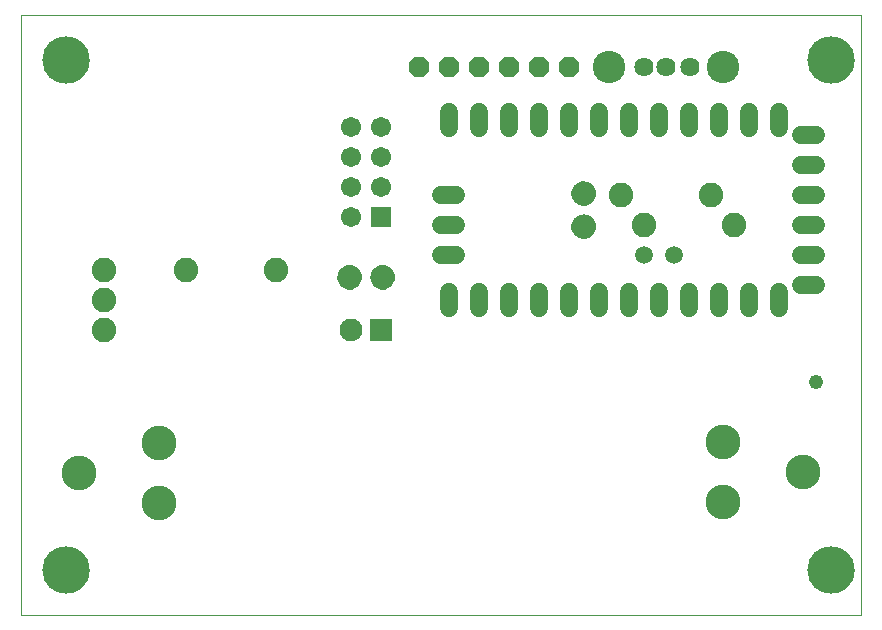
<source format=gbs>
G75*
%MOIN*%
%OFA0B0*%
%FSLAX25Y25*%
%IPPOS*%
%LPD*%
%AMOC8*
5,1,8,0,0,1.08239X$1,22.5*
%
%ADD10C,0.00000*%
%ADD11C,0.15800*%
%ADD12C,0.03162*%
%ADD13C,0.11600*%
%ADD14C,0.00500*%
%ADD15C,0.07600*%
%ADD16R,0.07600X0.07600*%
%ADD17R,0.06737X0.06737*%
%ADD18C,0.06737*%
%ADD19C,0.08200*%
%ADD20C,0.06400*%
%ADD21C,0.10800*%
%ADD22OC8,0.06800*%
%ADD23C,0.05950*%
%ADD24C,0.05950*%
%ADD25C,0.04762*%
D10*
X0001800Y0001800D02*
X0001800Y0201800D01*
X0281800Y0201800D01*
X0281800Y0001800D01*
X0001800Y0001800D01*
X0009300Y0016800D02*
X0009302Y0016984D01*
X0009309Y0017168D01*
X0009320Y0017352D01*
X0009336Y0017535D01*
X0009356Y0017718D01*
X0009381Y0017900D01*
X0009410Y0018082D01*
X0009444Y0018263D01*
X0009482Y0018443D01*
X0009525Y0018622D01*
X0009572Y0018800D01*
X0009623Y0018977D01*
X0009679Y0019153D01*
X0009738Y0019327D01*
X0009803Y0019499D01*
X0009871Y0019670D01*
X0009943Y0019839D01*
X0010020Y0020007D01*
X0010101Y0020172D01*
X0010186Y0020335D01*
X0010274Y0020497D01*
X0010367Y0020656D01*
X0010464Y0020812D01*
X0010564Y0020967D01*
X0010668Y0021119D01*
X0010776Y0021268D01*
X0010887Y0021414D01*
X0011002Y0021558D01*
X0011121Y0021699D01*
X0011243Y0021837D01*
X0011368Y0021972D01*
X0011497Y0022103D01*
X0011628Y0022232D01*
X0011763Y0022357D01*
X0011901Y0022479D01*
X0012042Y0022598D01*
X0012186Y0022713D01*
X0012332Y0022824D01*
X0012481Y0022932D01*
X0012633Y0023036D01*
X0012788Y0023136D01*
X0012944Y0023233D01*
X0013103Y0023326D01*
X0013265Y0023414D01*
X0013428Y0023499D01*
X0013593Y0023580D01*
X0013761Y0023657D01*
X0013930Y0023729D01*
X0014101Y0023797D01*
X0014273Y0023862D01*
X0014447Y0023921D01*
X0014623Y0023977D01*
X0014800Y0024028D01*
X0014978Y0024075D01*
X0015157Y0024118D01*
X0015337Y0024156D01*
X0015518Y0024190D01*
X0015700Y0024219D01*
X0015882Y0024244D01*
X0016065Y0024264D01*
X0016248Y0024280D01*
X0016432Y0024291D01*
X0016616Y0024298D01*
X0016800Y0024300D01*
X0016984Y0024298D01*
X0017168Y0024291D01*
X0017352Y0024280D01*
X0017535Y0024264D01*
X0017718Y0024244D01*
X0017900Y0024219D01*
X0018082Y0024190D01*
X0018263Y0024156D01*
X0018443Y0024118D01*
X0018622Y0024075D01*
X0018800Y0024028D01*
X0018977Y0023977D01*
X0019153Y0023921D01*
X0019327Y0023862D01*
X0019499Y0023797D01*
X0019670Y0023729D01*
X0019839Y0023657D01*
X0020007Y0023580D01*
X0020172Y0023499D01*
X0020335Y0023414D01*
X0020497Y0023326D01*
X0020656Y0023233D01*
X0020812Y0023136D01*
X0020967Y0023036D01*
X0021119Y0022932D01*
X0021268Y0022824D01*
X0021414Y0022713D01*
X0021558Y0022598D01*
X0021699Y0022479D01*
X0021837Y0022357D01*
X0021972Y0022232D01*
X0022103Y0022103D01*
X0022232Y0021972D01*
X0022357Y0021837D01*
X0022479Y0021699D01*
X0022598Y0021558D01*
X0022713Y0021414D01*
X0022824Y0021268D01*
X0022932Y0021119D01*
X0023036Y0020967D01*
X0023136Y0020812D01*
X0023233Y0020656D01*
X0023326Y0020497D01*
X0023414Y0020335D01*
X0023499Y0020172D01*
X0023580Y0020007D01*
X0023657Y0019839D01*
X0023729Y0019670D01*
X0023797Y0019499D01*
X0023862Y0019327D01*
X0023921Y0019153D01*
X0023977Y0018977D01*
X0024028Y0018800D01*
X0024075Y0018622D01*
X0024118Y0018443D01*
X0024156Y0018263D01*
X0024190Y0018082D01*
X0024219Y0017900D01*
X0024244Y0017718D01*
X0024264Y0017535D01*
X0024280Y0017352D01*
X0024291Y0017168D01*
X0024298Y0016984D01*
X0024300Y0016800D01*
X0024298Y0016616D01*
X0024291Y0016432D01*
X0024280Y0016248D01*
X0024264Y0016065D01*
X0024244Y0015882D01*
X0024219Y0015700D01*
X0024190Y0015518D01*
X0024156Y0015337D01*
X0024118Y0015157D01*
X0024075Y0014978D01*
X0024028Y0014800D01*
X0023977Y0014623D01*
X0023921Y0014447D01*
X0023862Y0014273D01*
X0023797Y0014101D01*
X0023729Y0013930D01*
X0023657Y0013761D01*
X0023580Y0013593D01*
X0023499Y0013428D01*
X0023414Y0013265D01*
X0023326Y0013103D01*
X0023233Y0012944D01*
X0023136Y0012788D01*
X0023036Y0012633D01*
X0022932Y0012481D01*
X0022824Y0012332D01*
X0022713Y0012186D01*
X0022598Y0012042D01*
X0022479Y0011901D01*
X0022357Y0011763D01*
X0022232Y0011628D01*
X0022103Y0011497D01*
X0021972Y0011368D01*
X0021837Y0011243D01*
X0021699Y0011121D01*
X0021558Y0011002D01*
X0021414Y0010887D01*
X0021268Y0010776D01*
X0021119Y0010668D01*
X0020967Y0010564D01*
X0020812Y0010464D01*
X0020656Y0010367D01*
X0020497Y0010274D01*
X0020335Y0010186D01*
X0020172Y0010101D01*
X0020007Y0010020D01*
X0019839Y0009943D01*
X0019670Y0009871D01*
X0019499Y0009803D01*
X0019327Y0009738D01*
X0019153Y0009679D01*
X0018977Y0009623D01*
X0018800Y0009572D01*
X0018622Y0009525D01*
X0018443Y0009482D01*
X0018263Y0009444D01*
X0018082Y0009410D01*
X0017900Y0009381D01*
X0017718Y0009356D01*
X0017535Y0009336D01*
X0017352Y0009320D01*
X0017168Y0009309D01*
X0016984Y0009302D01*
X0016800Y0009300D01*
X0016616Y0009302D01*
X0016432Y0009309D01*
X0016248Y0009320D01*
X0016065Y0009336D01*
X0015882Y0009356D01*
X0015700Y0009381D01*
X0015518Y0009410D01*
X0015337Y0009444D01*
X0015157Y0009482D01*
X0014978Y0009525D01*
X0014800Y0009572D01*
X0014623Y0009623D01*
X0014447Y0009679D01*
X0014273Y0009738D01*
X0014101Y0009803D01*
X0013930Y0009871D01*
X0013761Y0009943D01*
X0013593Y0010020D01*
X0013428Y0010101D01*
X0013265Y0010186D01*
X0013103Y0010274D01*
X0012944Y0010367D01*
X0012788Y0010464D01*
X0012633Y0010564D01*
X0012481Y0010668D01*
X0012332Y0010776D01*
X0012186Y0010887D01*
X0012042Y0011002D01*
X0011901Y0011121D01*
X0011763Y0011243D01*
X0011628Y0011368D01*
X0011497Y0011497D01*
X0011368Y0011628D01*
X0011243Y0011763D01*
X0011121Y0011901D01*
X0011002Y0012042D01*
X0010887Y0012186D01*
X0010776Y0012332D01*
X0010668Y0012481D01*
X0010564Y0012633D01*
X0010464Y0012788D01*
X0010367Y0012944D01*
X0010274Y0013103D01*
X0010186Y0013265D01*
X0010101Y0013428D01*
X0010020Y0013593D01*
X0009943Y0013761D01*
X0009871Y0013930D01*
X0009803Y0014101D01*
X0009738Y0014273D01*
X0009679Y0014447D01*
X0009623Y0014623D01*
X0009572Y0014800D01*
X0009525Y0014978D01*
X0009482Y0015157D01*
X0009444Y0015337D01*
X0009410Y0015518D01*
X0009381Y0015700D01*
X0009356Y0015882D01*
X0009336Y0016065D01*
X0009320Y0016248D01*
X0009309Y0016432D01*
X0009302Y0016616D01*
X0009300Y0016800D01*
X0009300Y0186800D02*
X0009302Y0186984D01*
X0009309Y0187168D01*
X0009320Y0187352D01*
X0009336Y0187535D01*
X0009356Y0187718D01*
X0009381Y0187900D01*
X0009410Y0188082D01*
X0009444Y0188263D01*
X0009482Y0188443D01*
X0009525Y0188622D01*
X0009572Y0188800D01*
X0009623Y0188977D01*
X0009679Y0189153D01*
X0009738Y0189327D01*
X0009803Y0189499D01*
X0009871Y0189670D01*
X0009943Y0189839D01*
X0010020Y0190007D01*
X0010101Y0190172D01*
X0010186Y0190335D01*
X0010274Y0190497D01*
X0010367Y0190656D01*
X0010464Y0190812D01*
X0010564Y0190967D01*
X0010668Y0191119D01*
X0010776Y0191268D01*
X0010887Y0191414D01*
X0011002Y0191558D01*
X0011121Y0191699D01*
X0011243Y0191837D01*
X0011368Y0191972D01*
X0011497Y0192103D01*
X0011628Y0192232D01*
X0011763Y0192357D01*
X0011901Y0192479D01*
X0012042Y0192598D01*
X0012186Y0192713D01*
X0012332Y0192824D01*
X0012481Y0192932D01*
X0012633Y0193036D01*
X0012788Y0193136D01*
X0012944Y0193233D01*
X0013103Y0193326D01*
X0013265Y0193414D01*
X0013428Y0193499D01*
X0013593Y0193580D01*
X0013761Y0193657D01*
X0013930Y0193729D01*
X0014101Y0193797D01*
X0014273Y0193862D01*
X0014447Y0193921D01*
X0014623Y0193977D01*
X0014800Y0194028D01*
X0014978Y0194075D01*
X0015157Y0194118D01*
X0015337Y0194156D01*
X0015518Y0194190D01*
X0015700Y0194219D01*
X0015882Y0194244D01*
X0016065Y0194264D01*
X0016248Y0194280D01*
X0016432Y0194291D01*
X0016616Y0194298D01*
X0016800Y0194300D01*
X0016984Y0194298D01*
X0017168Y0194291D01*
X0017352Y0194280D01*
X0017535Y0194264D01*
X0017718Y0194244D01*
X0017900Y0194219D01*
X0018082Y0194190D01*
X0018263Y0194156D01*
X0018443Y0194118D01*
X0018622Y0194075D01*
X0018800Y0194028D01*
X0018977Y0193977D01*
X0019153Y0193921D01*
X0019327Y0193862D01*
X0019499Y0193797D01*
X0019670Y0193729D01*
X0019839Y0193657D01*
X0020007Y0193580D01*
X0020172Y0193499D01*
X0020335Y0193414D01*
X0020497Y0193326D01*
X0020656Y0193233D01*
X0020812Y0193136D01*
X0020967Y0193036D01*
X0021119Y0192932D01*
X0021268Y0192824D01*
X0021414Y0192713D01*
X0021558Y0192598D01*
X0021699Y0192479D01*
X0021837Y0192357D01*
X0021972Y0192232D01*
X0022103Y0192103D01*
X0022232Y0191972D01*
X0022357Y0191837D01*
X0022479Y0191699D01*
X0022598Y0191558D01*
X0022713Y0191414D01*
X0022824Y0191268D01*
X0022932Y0191119D01*
X0023036Y0190967D01*
X0023136Y0190812D01*
X0023233Y0190656D01*
X0023326Y0190497D01*
X0023414Y0190335D01*
X0023499Y0190172D01*
X0023580Y0190007D01*
X0023657Y0189839D01*
X0023729Y0189670D01*
X0023797Y0189499D01*
X0023862Y0189327D01*
X0023921Y0189153D01*
X0023977Y0188977D01*
X0024028Y0188800D01*
X0024075Y0188622D01*
X0024118Y0188443D01*
X0024156Y0188263D01*
X0024190Y0188082D01*
X0024219Y0187900D01*
X0024244Y0187718D01*
X0024264Y0187535D01*
X0024280Y0187352D01*
X0024291Y0187168D01*
X0024298Y0186984D01*
X0024300Y0186800D01*
X0024298Y0186616D01*
X0024291Y0186432D01*
X0024280Y0186248D01*
X0024264Y0186065D01*
X0024244Y0185882D01*
X0024219Y0185700D01*
X0024190Y0185518D01*
X0024156Y0185337D01*
X0024118Y0185157D01*
X0024075Y0184978D01*
X0024028Y0184800D01*
X0023977Y0184623D01*
X0023921Y0184447D01*
X0023862Y0184273D01*
X0023797Y0184101D01*
X0023729Y0183930D01*
X0023657Y0183761D01*
X0023580Y0183593D01*
X0023499Y0183428D01*
X0023414Y0183265D01*
X0023326Y0183103D01*
X0023233Y0182944D01*
X0023136Y0182788D01*
X0023036Y0182633D01*
X0022932Y0182481D01*
X0022824Y0182332D01*
X0022713Y0182186D01*
X0022598Y0182042D01*
X0022479Y0181901D01*
X0022357Y0181763D01*
X0022232Y0181628D01*
X0022103Y0181497D01*
X0021972Y0181368D01*
X0021837Y0181243D01*
X0021699Y0181121D01*
X0021558Y0181002D01*
X0021414Y0180887D01*
X0021268Y0180776D01*
X0021119Y0180668D01*
X0020967Y0180564D01*
X0020812Y0180464D01*
X0020656Y0180367D01*
X0020497Y0180274D01*
X0020335Y0180186D01*
X0020172Y0180101D01*
X0020007Y0180020D01*
X0019839Y0179943D01*
X0019670Y0179871D01*
X0019499Y0179803D01*
X0019327Y0179738D01*
X0019153Y0179679D01*
X0018977Y0179623D01*
X0018800Y0179572D01*
X0018622Y0179525D01*
X0018443Y0179482D01*
X0018263Y0179444D01*
X0018082Y0179410D01*
X0017900Y0179381D01*
X0017718Y0179356D01*
X0017535Y0179336D01*
X0017352Y0179320D01*
X0017168Y0179309D01*
X0016984Y0179302D01*
X0016800Y0179300D01*
X0016616Y0179302D01*
X0016432Y0179309D01*
X0016248Y0179320D01*
X0016065Y0179336D01*
X0015882Y0179356D01*
X0015700Y0179381D01*
X0015518Y0179410D01*
X0015337Y0179444D01*
X0015157Y0179482D01*
X0014978Y0179525D01*
X0014800Y0179572D01*
X0014623Y0179623D01*
X0014447Y0179679D01*
X0014273Y0179738D01*
X0014101Y0179803D01*
X0013930Y0179871D01*
X0013761Y0179943D01*
X0013593Y0180020D01*
X0013428Y0180101D01*
X0013265Y0180186D01*
X0013103Y0180274D01*
X0012944Y0180367D01*
X0012788Y0180464D01*
X0012633Y0180564D01*
X0012481Y0180668D01*
X0012332Y0180776D01*
X0012186Y0180887D01*
X0012042Y0181002D01*
X0011901Y0181121D01*
X0011763Y0181243D01*
X0011628Y0181368D01*
X0011497Y0181497D01*
X0011368Y0181628D01*
X0011243Y0181763D01*
X0011121Y0181901D01*
X0011002Y0182042D01*
X0010887Y0182186D01*
X0010776Y0182332D01*
X0010668Y0182481D01*
X0010564Y0182633D01*
X0010464Y0182788D01*
X0010367Y0182944D01*
X0010274Y0183103D01*
X0010186Y0183265D01*
X0010101Y0183428D01*
X0010020Y0183593D01*
X0009943Y0183761D01*
X0009871Y0183930D01*
X0009803Y0184101D01*
X0009738Y0184273D01*
X0009679Y0184447D01*
X0009623Y0184623D01*
X0009572Y0184800D01*
X0009525Y0184978D01*
X0009482Y0185157D01*
X0009444Y0185337D01*
X0009410Y0185518D01*
X0009381Y0185700D01*
X0009356Y0185882D01*
X0009336Y0186065D01*
X0009320Y0186248D01*
X0009309Y0186432D01*
X0009302Y0186616D01*
X0009300Y0186800D01*
X0265619Y0079300D02*
X0265621Y0079369D01*
X0265627Y0079437D01*
X0265637Y0079505D01*
X0265651Y0079572D01*
X0265669Y0079639D01*
X0265690Y0079704D01*
X0265716Y0079768D01*
X0265745Y0079830D01*
X0265777Y0079890D01*
X0265813Y0079949D01*
X0265853Y0080005D01*
X0265895Y0080059D01*
X0265941Y0080110D01*
X0265990Y0080159D01*
X0266041Y0080205D01*
X0266095Y0080247D01*
X0266151Y0080287D01*
X0266209Y0080323D01*
X0266270Y0080355D01*
X0266332Y0080384D01*
X0266396Y0080410D01*
X0266461Y0080431D01*
X0266528Y0080449D01*
X0266595Y0080463D01*
X0266663Y0080473D01*
X0266731Y0080479D01*
X0266800Y0080481D01*
X0266869Y0080479D01*
X0266937Y0080473D01*
X0267005Y0080463D01*
X0267072Y0080449D01*
X0267139Y0080431D01*
X0267204Y0080410D01*
X0267268Y0080384D01*
X0267330Y0080355D01*
X0267390Y0080323D01*
X0267449Y0080287D01*
X0267505Y0080247D01*
X0267559Y0080205D01*
X0267610Y0080159D01*
X0267659Y0080110D01*
X0267705Y0080059D01*
X0267747Y0080005D01*
X0267787Y0079949D01*
X0267823Y0079890D01*
X0267855Y0079830D01*
X0267884Y0079768D01*
X0267910Y0079704D01*
X0267931Y0079639D01*
X0267949Y0079572D01*
X0267963Y0079505D01*
X0267973Y0079437D01*
X0267979Y0079369D01*
X0267981Y0079300D01*
X0267979Y0079231D01*
X0267973Y0079163D01*
X0267963Y0079095D01*
X0267949Y0079028D01*
X0267931Y0078961D01*
X0267910Y0078896D01*
X0267884Y0078832D01*
X0267855Y0078770D01*
X0267823Y0078709D01*
X0267787Y0078651D01*
X0267747Y0078595D01*
X0267705Y0078541D01*
X0267659Y0078490D01*
X0267610Y0078441D01*
X0267559Y0078395D01*
X0267505Y0078353D01*
X0267449Y0078313D01*
X0267391Y0078277D01*
X0267330Y0078245D01*
X0267268Y0078216D01*
X0267204Y0078190D01*
X0267139Y0078169D01*
X0267072Y0078151D01*
X0267005Y0078137D01*
X0266937Y0078127D01*
X0266869Y0078121D01*
X0266800Y0078119D01*
X0266731Y0078121D01*
X0266663Y0078127D01*
X0266595Y0078137D01*
X0266528Y0078151D01*
X0266461Y0078169D01*
X0266396Y0078190D01*
X0266332Y0078216D01*
X0266270Y0078245D01*
X0266209Y0078277D01*
X0266151Y0078313D01*
X0266095Y0078353D01*
X0266041Y0078395D01*
X0265990Y0078441D01*
X0265941Y0078490D01*
X0265895Y0078541D01*
X0265853Y0078595D01*
X0265813Y0078651D01*
X0265777Y0078709D01*
X0265745Y0078770D01*
X0265716Y0078832D01*
X0265690Y0078896D01*
X0265669Y0078961D01*
X0265651Y0079028D01*
X0265637Y0079095D01*
X0265627Y0079163D01*
X0265621Y0079231D01*
X0265619Y0079300D01*
X0264300Y0016800D02*
X0264302Y0016984D01*
X0264309Y0017168D01*
X0264320Y0017352D01*
X0264336Y0017535D01*
X0264356Y0017718D01*
X0264381Y0017900D01*
X0264410Y0018082D01*
X0264444Y0018263D01*
X0264482Y0018443D01*
X0264525Y0018622D01*
X0264572Y0018800D01*
X0264623Y0018977D01*
X0264679Y0019153D01*
X0264738Y0019327D01*
X0264803Y0019499D01*
X0264871Y0019670D01*
X0264943Y0019839D01*
X0265020Y0020007D01*
X0265101Y0020172D01*
X0265186Y0020335D01*
X0265274Y0020497D01*
X0265367Y0020656D01*
X0265464Y0020812D01*
X0265564Y0020967D01*
X0265668Y0021119D01*
X0265776Y0021268D01*
X0265887Y0021414D01*
X0266002Y0021558D01*
X0266121Y0021699D01*
X0266243Y0021837D01*
X0266368Y0021972D01*
X0266497Y0022103D01*
X0266628Y0022232D01*
X0266763Y0022357D01*
X0266901Y0022479D01*
X0267042Y0022598D01*
X0267186Y0022713D01*
X0267332Y0022824D01*
X0267481Y0022932D01*
X0267633Y0023036D01*
X0267788Y0023136D01*
X0267944Y0023233D01*
X0268103Y0023326D01*
X0268265Y0023414D01*
X0268428Y0023499D01*
X0268593Y0023580D01*
X0268761Y0023657D01*
X0268930Y0023729D01*
X0269101Y0023797D01*
X0269273Y0023862D01*
X0269447Y0023921D01*
X0269623Y0023977D01*
X0269800Y0024028D01*
X0269978Y0024075D01*
X0270157Y0024118D01*
X0270337Y0024156D01*
X0270518Y0024190D01*
X0270700Y0024219D01*
X0270882Y0024244D01*
X0271065Y0024264D01*
X0271248Y0024280D01*
X0271432Y0024291D01*
X0271616Y0024298D01*
X0271800Y0024300D01*
X0271984Y0024298D01*
X0272168Y0024291D01*
X0272352Y0024280D01*
X0272535Y0024264D01*
X0272718Y0024244D01*
X0272900Y0024219D01*
X0273082Y0024190D01*
X0273263Y0024156D01*
X0273443Y0024118D01*
X0273622Y0024075D01*
X0273800Y0024028D01*
X0273977Y0023977D01*
X0274153Y0023921D01*
X0274327Y0023862D01*
X0274499Y0023797D01*
X0274670Y0023729D01*
X0274839Y0023657D01*
X0275007Y0023580D01*
X0275172Y0023499D01*
X0275335Y0023414D01*
X0275497Y0023326D01*
X0275656Y0023233D01*
X0275812Y0023136D01*
X0275967Y0023036D01*
X0276119Y0022932D01*
X0276268Y0022824D01*
X0276414Y0022713D01*
X0276558Y0022598D01*
X0276699Y0022479D01*
X0276837Y0022357D01*
X0276972Y0022232D01*
X0277103Y0022103D01*
X0277232Y0021972D01*
X0277357Y0021837D01*
X0277479Y0021699D01*
X0277598Y0021558D01*
X0277713Y0021414D01*
X0277824Y0021268D01*
X0277932Y0021119D01*
X0278036Y0020967D01*
X0278136Y0020812D01*
X0278233Y0020656D01*
X0278326Y0020497D01*
X0278414Y0020335D01*
X0278499Y0020172D01*
X0278580Y0020007D01*
X0278657Y0019839D01*
X0278729Y0019670D01*
X0278797Y0019499D01*
X0278862Y0019327D01*
X0278921Y0019153D01*
X0278977Y0018977D01*
X0279028Y0018800D01*
X0279075Y0018622D01*
X0279118Y0018443D01*
X0279156Y0018263D01*
X0279190Y0018082D01*
X0279219Y0017900D01*
X0279244Y0017718D01*
X0279264Y0017535D01*
X0279280Y0017352D01*
X0279291Y0017168D01*
X0279298Y0016984D01*
X0279300Y0016800D01*
X0279298Y0016616D01*
X0279291Y0016432D01*
X0279280Y0016248D01*
X0279264Y0016065D01*
X0279244Y0015882D01*
X0279219Y0015700D01*
X0279190Y0015518D01*
X0279156Y0015337D01*
X0279118Y0015157D01*
X0279075Y0014978D01*
X0279028Y0014800D01*
X0278977Y0014623D01*
X0278921Y0014447D01*
X0278862Y0014273D01*
X0278797Y0014101D01*
X0278729Y0013930D01*
X0278657Y0013761D01*
X0278580Y0013593D01*
X0278499Y0013428D01*
X0278414Y0013265D01*
X0278326Y0013103D01*
X0278233Y0012944D01*
X0278136Y0012788D01*
X0278036Y0012633D01*
X0277932Y0012481D01*
X0277824Y0012332D01*
X0277713Y0012186D01*
X0277598Y0012042D01*
X0277479Y0011901D01*
X0277357Y0011763D01*
X0277232Y0011628D01*
X0277103Y0011497D01*
X0276972Y0011368D01*
X0276837Y0011243D01*
X0276699Y0011121D01*
X0276558Y0011002D01*
X0276414Y0010887D01*
X0276268Y0010776D01*
X0276119Y0010668D01*
X0275967Y0010564D01*
X0275812Y0010464D01*
X0275656Y0010367D01*
X0275497Y0010274D01*
X0275335Y0010186D01*
X0275172Y0010101D01*
X0275007Y0010020D01*
X0274839Y0009943D01*
X0274670Y0009871D01*
X0274499Y0009803D01*
X0274327Y0009738D01*
X0274153Y0009679D01*
X0273977Y0009623D01*
X0273800Y0009572D01*
X0273622Y0009525D01*
X0273443Y0009482D01*
X0273263Y0009444D01*
X0273082Y0009410D01*
X0272900Y0009381D01*
X0272718Y0009356D01*
X0272535Y0009336D01*
X0272352Y0009320D01*
X0272168Y0009309D01*
X0271984Y0009302D01*
X0271800Y0009300D01*
X0271616Y0009302D01*
X0271432Y0009309D01*
X0271248Y0009320D01*
X0271065Y0009336D01*
X0270882Y0009356D01*
X0270700Y0009381D01*
X0270518Y0009410D01*
X0270337Y0009444D01*
X0270157Y0009482D01*
X0269978Y0009525D01*
X0269800Y0009572D01*
X0269623Y0009623D01*
X0269447Y0009679D01*
X0269273Y0009738D01*
X0269101Y0009803D01*
X0268930Y0009871D01*
X0268761Y0009943D01*
X0268593Y0010020D01*
X0268428Y0010101D01*
X0268265Y0010186D01*
X0268103Y0010274D01*
X0267944Y0010367D01*
X0267788Y0010464D01*
X0267633Y0010564D01*
X0267481Y0010668D01*
X0267332Y0010776D01*
X0267186Y0010887D01*
X0267042Y0011002D01*
X0266901Y0011121D01*
X0266763Y0011243D01*
X0266628Y0011368D01*
X0266497Y0011497D01*
X0266368Y0011628D01*
X0266243Y0011763D01*
X0266121Y0011901D01*
X0266002Y0012042D01*
X0265887Y0012186D01*
X0265776Y0012332D01*
X0265668Y0012481D01*
X0265564Y0012633D01*
X0265464Y0012788D01*
X0265367Y0012944D01*
X0265274Y0013103D01*
X0265186Y0013265D01*
X0265101Y0013428D01*
X0265020Y0013593D01*
X0264943Y0013761D01*
X0264871Y0013930D01*
X0264803Y0014101D01*
X0264738Y0014273D01*
X0264679Y0014447D01*
X0264623Y0014623D01*
X0264572Y0014800D01*
X0264525Y0014978D01*
X0264482Y0015157D01*
X0264444Y0015337D01*
X0264410Y0015518D01*
X0264381Y0015700D01*
X0264356Y0015882D01*
X0264336Y0016065D01*
X0264320Y0016248D01*
X0264309Y0016432D01*
X0264302Y0016616D01*
X0264300Y0016800D01*
X0264300Y0186800D02*
X0264302Y0186984D01*
X0264309Y0187168D01*
X0264320Y0187352D01*
X0264336Y0187535D01*
X0264356Y0187718D01*
X0264381Y0187900D01*
X0264410Y0188082D01*
X0264444Y0188263D01*
X0264482Y0188443D01*
X0264525Y0188622D01*
X0264572Y0188800D01*
X0264623Y0188977D01*
X0264679Y0189153D01*
X0264738Y0189327D01*
X0264803Y0189499D01*
X0264871Y0189670D01*
X0264943Y0189839D01*
X0265020Y0190007D01*
X0265101Y0190172D01*
X0265186Y0190335D01*
X0265274Y0190497D01*
X0265367Y0190656D01*
X0265464Y0190812D01*
X0265564Y0190967D01*
X0265668Y0191119D01*
X0265776Y0191268D01*
X0265887Y0191414D01*
X0266002Y0191558D01*
X0266121Y0191699D01*
X0266243Y0191837D01*
X0266368Y0191972D01*
X0266497Y0192103D01*
X0266628Y0192232D01*
X0266763Y0192357D01*
X0266901Y0192479D01*
X0267042Y0192598D01*
X0267186Y0192713D01*
X0267332Y0192824D01*
X0267481Y0192932D01*
X0267633Y0193036D01*
X0267788Y0193136D01*
X0267944Y0193233D01*
X0268103Y0193326D01*
X0268265Y0193414D01*
X0268428Y0193499D01*
X0268593Y0193580D01*
X0268761Y0193657D01*
X0268930Y0193729D01*
X0269101Y0193797D01*
X0269273Y0193862D01*
X0269447Y0193921D01*
X0269623Y0193977D01*
X0269800Y0194028D01*
X0269978Y0194075D01*
X0270157Y0194118D01*
X0270337Y0194156D01*
X0270518Y0194190D01*
X0270700Y0194219D01*
X0270882Y0194244D01*
X0271065Y0194264D01*
X0271248Y0194280D01*
X0271432Y0194291D01*
X0271616Y0194298D01*
X0271800Y0194300D01*
X0271984Y0194298D01*
X0272168Y0194291D01*
X0272352Y0194280D01*
X0272535Y0194264D01*
X0272718Y0194244D01*
X0272900Y0194219D01*
X0273082Y0194190D01*
X0273263Y0194156D01*
X0273443Y0194118D01*
X0273622Y0194075D01*
X0273800Y0194028D01*
X0273977Y0193977D01*
X0274153Y0193921D01*
X0274327Y0193862D01*
X0274499Y0193797D01*
X0274670Y0193729D01*
X0274839Y0193657D01*
X0275007Y0193580D01*
X0275172Y0193499D01*
X0275335Y0193414D01*
X0275497Y0193326D01*
X0275656Y0193233D01*
X0275812Y0193136D01*
X0275967Y0193036D01*
X0276119Y0192932D01*
X0276268Y0192824D01*
X0276414Y0192713D01*
X0276558Y0192598D01*
X0276699Y0192479D01*
X0276837Y0192357D01*
X0276972Y0192232D01*
X0277103Y0192103D01*
X0277232Y0191972D01*
X0277357Y0191837D01*
X0277479Y0191699D01*
X0277598Y0191558D01*
X0277713Y0191414D01*
X0277824Y0191268D01*
X0277932Y0191119D01*
X0278036Y0190967D01*
X0278136Y0190812D01*
X0278233Y0190656D01*
X0278326Y0190497D01*
X0278414Y0190335D01*
X0278499Y0190172D01*
X0278580Y0190007D01*
X0278657Y0189839D01*
X0278729Y0189670D01*
X0278797Y0189499D01*
X0278862Y0189327D01*
X0278921Y0189153D01*
X0278977Y0188977D01*
X0279028Y0188800D01*
X0279075Y0188622D01*
X0279118Y0188443D01*
X0279156Y0188263D01*
X0279190Y0188082D01*
X0279219Y0187900D01*
X0279244Y0187718D01*
X0279264Y0187535D01*
X0279280Y0187352D01*
X0279291Y0187168D01*
X0279298Y0186984D01*
X0279300Y0186800D01*
X0279298Y0186616D01*
X0279291Y0186432D01*
X0279280Y0186248D01*
X0279264Y0186065D01*
X0279244Y0185882D01*
X0279219Y0185700D01*
X0279190Y0185518D01*
X0279156Y0185337D01*
X0279118Y0185157D01*
X0279075Y0184978D01*
X0279028Y0184800D01*
X0278977Y0184623D01*
X0278921Y0184447D01*
X0278862Y0184273D01*
X0278797Y0184101D01*
X0278729Y0183930D01*
X0278657Y0183761D01*
X0278580Y0183593D01*
X0278499Y0183428D01*
X0278414Y0183265D01*
X0278326Y0183103D01*
X0278233Y0182944D01*
X0278136Y0182788D01*
X0278036Y0182633D01*
X0277932Y0182481D01*
X0277824Y0182332D01*
X0277713Y0182186D01*
X0277598Y0182042D01*
X0277479Y0181901D01*
X0277357Y0181763D01*
X0277232Y0181628D01*
X0277103Y0181497D01*
X0276972Y0181368D01*
X0276837Y0181243D01*
X0276699Y0181121D01*
X0276558Y0181002D01*
X0276414Y0180887D01*
X0276268Y0180776D01*
X0276119Y0180668D01*
X0275967Y0180564D01*
X0275812Y0180464D01*
X0275656Y0180367D01*
X0275497Y0180274D01*
X0275335Y0180186D01*
X0275172Y0180101D01*
X0275007Y0180020D01*
X0274839Y0179943D01*
X0274670Y0179871D01*
X0274499Y0179803D01*
X0274327Y0179738D01*
X0274153Y0179679D01*
X0273977Y0179623D01*
X0273800Y0179572D01*
X0273622Y0179525D01*
X0273443Y0179482D01*
X0273263Y0179444D01*
X0273082Y0179410D01*
X0272900Y0179381D01*
X0272718Y0179356D01*
X0272535Y0179336D01*
X0272352Y0179320D01*
X0272168Y0179309D01*
X0271984Y0179302D01*
X0271800Y0179300D01*
X0271616Y0179302D01*
X0271432Y0179309D01*
X0271248Y0179320D01*
X0271065Y0179336D01*
X0270882Y0179356D01*
X0270700Y0179381D01*
X0270518Y0179410D01*
X0270337Y0179444D01*
X0270157Y0179482D01*
X0269978Y0179525D01*
X0269800Y0179572D01*
X0269623Y0179623D01*
X0269447Y0179679D01*
X0269273Y0179738D01*
X0269101Y0179803D01*
X0268930Y0179871D01*
X0268761Y0179943D01*
X0268593Y0180020D01*
X0268428Y0180101D01*
X0268265Y0180186D01*
X0268103Y0180274D01*
X0267944Y0180367D01*
X0267788Y0180464D01*
X0267633Y0180564D01*
X0267481Y0180668D01*
X0267332Y0180776D01*
X0267186Y0180887D01*
X0267042Y0181002D01*
X0266901Y0181121D01*
X0266763Y0181243D01*
X0266628Y0181368D01*
X0266497Y0181497D01*
X0266368Y0181628D01*
X0266243Y0181763D01*
X0266121Y0181901D01*
X0266002Y0182042D01*
X0265887Y0182186D01*
X0265776Y0182332D01*
X0265668Y0182481D01*
X0265564Y0182633D01*
X0265464Y0182788D01*
X0265367Y0182944D01*
X0265274Y0183103D01*
X0265186Y0183265D01*
X0265101Y0183428D01*
X0265020Y0183593D01*
X0264943Y0183761D01*
X0264871Y0183930D01*
X0264803Y0184101D01*
X0264738Y0184273D01*
X0264679Y0184447D01*
X0264623Y0184623D01*
X0264572Y0184800D01*
X0264525Y0184978D01*
X0264482Y0185157D01*
X0264444Y0185337D01*
X0264410Y0185518D01*
X0264381Y0185700D01*
X0264356Y0185882D01*
X0264336Y0186065D01*
X0264320Y0186248D01*
X0264309Y0186432D01*
X0264302Y0186616D01*
X0264300Y0186800D01*
D11*
X0271800Y0186800D03*
X0271800Y0016800D03*
X0016800Y0016800D03*
X0016800Y0186800D03*
D12*
X0266800Y0079300D03*
D13*
X0235816Y0059339D03*
X0235816Y0039339D03*
X0262383Y0049339D03*
X0047784Y0059261D03*
X0047784Y0039261D03*
X0021217Y0049261D03*
D14*
X0107780Y0113079D02*
X0107618Y0113720D01*
X0107570Y0114380D01*
X0107648Y0115100D01*
X0107866Y0115790D01*
X0108214Y0116424D01*
X0108679Y0116978D01*
X0109243Y0117431D01*
X0109885Y0117765D01*
X0110579Y0117967D01*
X0111300Y0118030D01*
X0112025Y0117969D01*
X0112723Y0117767D01*
X0113369Y0117433D01*
X0113938Y0116979D01*
X0114407Y0116423D01*
X0114758Y0115786D01*
X0114978Y0115093D01*
X0115059Y0114370D01*
X0115010Y0113710D01*
X0114846Y0113069D01*
X0114574Y0112466D01*
X0114201Y0111920D01*
X0113739Y0111447D01*
X0113201Y0111061D01*
X0112605Y0110774D01*
X0111968Y0110595D01*
X0111310Y0110530D01*
X0110652Y0110597D01*
X0110015Y0110778D01*
X0109420Y0111066D01*
X0108883Y0111453D01*
X0108422Y0111928D01*
X0108051Y0112475D01*
X0107780Y0113079D01*
X0107829Y0112968D02*
X0114800Y0112968D01*
X0114948Y0113467D02*
X0107682Y0113467D01*
X0107600Y0113965D02*
X0115029Y0113965D01*
X0115049Y0114464D02*
X0107579Y0114464D01*
X0107633Y0114962D02*
X0114993Y0114962D01*
X0114862Y0115461D02*
X0107762Y0115461D01*
X0107959Y0115959D02*
X0114663Y0115959D01*
X0114377Y0116458D02*
X0108242Y0116458D01*
X0108660Y0116956D02*
X0113957Y0116956D01*
X0113327Y0117455D02*
X0109288Y0117455D01*
X0110530Y0117953D02*
X0112079Y0117953D01*
X0118886Y0115790D02*
X0119234Y0116424D01*
X0119699Y0116978D01*
X0120263Y0117431D01*
X0120905Y0117765D01*
X0121599Y0117967D01*
X0122320Y0118030D01*
X0123045Y0117969D01*
X0123744Y0117767D01*
X0124390Y0117433D01*
X0124958Y0116979D01*
X0125427Y0116423D01*
X0125778Y0115786D01*
X0125999Y0115093D01*
X0126080Y0114370D01*
X0126030Y0113710D01*
X0125866Y0113069D01*
X0125594Y0112466D01*
X0125221Y0111920D01*
X0124759Y0111447D01*
X0124221Y0111061D01*
X0123625Y0110774D01*
X0122988Y0110595D01*
X0122330Y0110530D01*
X0121672Y0110597D01*
X0121035Y0110778D01*
X0120440Y0111066D01*
X0119903Y0111453D01*
X0119442Y0111928D01*
X0119071Y0112475D01*
X0118800Y0113079D01*
X0118638Y0113720D01*
X0118590Y0114380D01*
X0118668Y0115100D01*
X0118886Y0115790D01*
X0118979Y0115959D02*
X0125683Y0115959D01*
X0125882Y0115461D02*
X0118782Y0115461D01*
X0118653Y0114962D02*
X0126013Y0114962D01*
X0126069Y0114464D02*
X0118599Y0114464D01*
X0118620Y0113965D02*
X0126049Y0113965D01*
X0125968Y0113467D02*
X0118702Y0113467D01*
X0118850Y0112968D02*
X0125820Y0112968D01*
X0125595Y0112470D02*
X0119075Y0112470D01*
X0119413Y0111971D02*
X0125256Y0111971D01*
X0124784Y0111472D02*
X0119885Y0111472D01*
X0120630Y0110974D02*
X0124041Y0110974D01*
X0125397Y0116458D02*
X0119262Y0116458D01*
X0119680Y0116956D02*
X0124977Y0116956D01*
X0124347Y0117455D02*
X0120308Y0117455D01*
X0121550Y0117953D02*
X0123099Y0117953D01*
X0114575Y0112470D02*
X0108055Y0112470D01*
X0108393Y0111971D02*
X0114236Y0111971D01*
X0113764Y0111472D02*
X0108865Y0111472D01*
X0109610Y0110974D02*
X0113021Y0110974D01*
X0185595Y0130612D02*
X0185774Y0129975D01*
X0186061Y0129379D01*
X0186447Y0128841D01*
X0186920Y0128379D01*
X0187466Y0128006D01*
X0188069Y0127734D01*
X0188710Y0127570D01*
X0189370Y0127520D01*
X0190093Y0127601D01*
X0190786Y0127822D01*
X0191423Y0128173D01*
X0191979Y0128642D01*
X0192433Y0129210D01*
X0192767Y0129856D01*
X0192969Y0130555D01*
X0193030Y0131280D01*
X0192967Y0132001D01*
X0192765Y0132695D01*
X0192431Y0133337D01*
X0191978Y0133901D01*
X0191424Y0134366D01*
X0190790Y0134714D01*
X0190100Y0134932D01*
X0189380Y0135010D01*
X0188720Y0134962D01*
X0188079Y0134800D01*
X0187475Y0134529D01*
X0186928Y0134158D01*
X0186453Y0133697D01*
X0186066Y0133160D01*
X0185778Y0132565D01*
X0185597Y0131928D01*
X0185530Y0131270D01*
X0185595Y0130612D01*
X0185650Y0130416D02*
X0192928Y0130416D01*
X0192999Y0130914D02*
X0185565Y0130914D01*
X0185545Y0131413D02*
X0193019Y0131413D01*
X0192975Y0131911D02*
X0185595Y0131911D01*
X0185734Y0132410D02*
X0192848Y0132410D01*
X0192654Y0132908D02*
X0185944Y0132908D01*
X0186244Y0133407D02*
X0192375Y0133407D01*
X0191973Y0133905D02*
X0186668Y0133905D01*
X0187291Y0134404D02*
X0191355Y0134404D01*
X0190192Y0134903D02*
X0188484Y0134903D01*
X0188710Y0138590D02*
X0188069Y0138754D01*
X0187466Y0139026D01*
X0186920Y0139399D01*
X0186447Y0139861D01*
X0186061Y0140399D01*
X0185774Y0140995D01*
X0185595Y0141632D01*
X0185530Y0142290D01*
X0185597Y0142948D01*
X0185778Y0143585D01*
X0186066Y0144180D01*
X0186453Y0144717D01*
X0186928Y0145178D01*
X0187475Y0145549D01*
X0188079Y0145820D01*
X0188720Y0145982D01*
X0189380Y0146030D01*
X0190100Y0145952D01*
X0190790Y0145734D01*
X0191424Y0145386D01*
X0191978Y0144921D01*
X0192431Y0144357D01*
X0192765Y0143715D01*
X0192967Y0143021D01*
X0193030Y0142300D01*
X0192969Y0141575D01*
X0192767Y0140877D01*
X0192433Y0140231D01*
X0191979Y0139662D01*
X0191423Y0139193D01*
X0190786Y0138842D01*
X0190093Y0138622D01*
X0189370Y0138541D01*
X0188710Y0138590D01*
X0187767Y0138891D02*
X0190874Y0138891D01*
X0191655Y0139389D02*
X0186935Y0139389D01*
X0186428Y0139888D02*
X0192159Y0139888D01*
X0192513Y0140386D02*
X0186070Y0140386D01*
X0185827Y0140885D02*
X0192769Y0140885D01*
X0192913Y0141383D02*
X0185665Y0141383D01*
X0185571Y0141882D02*
X0192995Y0141882D01*
X0193023Y0142380D02*
X0185539Y0142380D01*
X0185590Y0142879D02*
X0192980Y0142879D01*
X0192864Y0143377D02*
X0185719Y0143377D01*
X0185918Y0143876D02*
X0192682Y0143876D01*
X0192417Y0144374D02*
X0186206Y0144374D01*
X0186614Y0144873D02*
X0192017Y0144873D01*
X0191442Y0145371D02*
X0187213Y0145371D01*
X0188275Y0145870D02*
X0190359Y0145870D01*
X0192785Y0129917D02*
X0185802Y0129917D01*
X0186041Y0129419D02*
X0192541Y0129419D01*
X0192201Y0128920D02*
X0186390Y0128920D01*
X0186876Y0128422D02*
X0191718Y0128422D01*
X0190970Y0127923D02*
X0187650Y0127923D01*
D15*
X0111800Y0096800D03*
D16*
X0121800Y0096800D03*
D17*
X0121800Y0134300D03*
D18*
X0111800Y0134300D03*
X0111800Y0144300D03*
X0121800Y0144300D03*
X0121800Y0154300D03*
X0111800Y0154300D03*
X0111800Y0164300D03*
X0121800Y0164300D03*
D19*
X0086800Y0116800D03*
X0056800Y0116800D03*
X0029300Y0116800D03*
X0029300Y0106800D03*
X0029300Y0096800D03*
X0201800Y0141800D03*
X0209300Y0131800D03*
X0231800Y0141800D03*
X0239300Y0131800D03*
D20*
X0224674Y0184300D03*
X0216800Y0184300D03*
X0209320Y0184300D03*
D21*
X0197902Y0184300D03*
X0235698Y0184300D03*
D22*
X0184300Y0184300D03*
X0174300Y0184300D03*
X0164300Y0184300D03*
X0154300Y0184300D03*
X0144300Y0184300D03*
X0134300Y0184300D03*
D23*
X0144300Y0169375D02*
X0144300Y0164225D01*
X0154300Y0164225D02*
X0154300Y0169375D01*
X0164300Y0169375D02*
X0164300Y0164225D01*
X0174300Y0164225D02*
X0174300Y0169375D01*
X0184300Y0169375D02*
X0184300Y0164225D01*
X0194300Y0164225D02*
X0194300Y0169375D01*
X0204300Y0169375D02*
X0204300Y0164225D01*
X0214300Y0164225D02*
X0214300Y0169375D01*
X0224300Y0169375D02*
X0224300Y0164225D01*
X0234300Y0164225D02*
X0234300Y0169375D01*
X0244300Y0169375D02*
X0244300Y0164225D01*
X0254300Y0164225D02*
X0254300Y0169375D01*
X0261725Y0161800D02*
X0266875Y0161800D01*
X0266875Y0151800D02*
X0261725Y0151800D01*
X0261725Y0141800D02*
X0266875Y0141800D01*
X0266875Y0131800D02*
X0261725Y0131800D01*
X0261725Y0121800D02*
X0266875Y0121800D01*
X0266875Y0111800D02*
X0261725Y0111800D01*
X0254300Y0109375D02*
X0254300Y0104225D01*
X0244300Y0104225D02*
X0244300Y0109375D01*
X0234300Y0109375D02*
X0234300Y0104225D01*
X0224300Y0104225D02*
X0224300Y0109375D01*
X0214300Y0109375D02*
X0214300Y0104225D01*
X0204300Y0104225D02*
X0204300Y0109375D01*
X0194300Y0109375D02*
X0194300Y0104225D01*
X0184300Y0104225D02*
X0184300Y0109375D01*
X0174300Y0109375D02*
X0174300Y0104225D01*
X0164300Y0104225D02*
X0164300Y0109375D01*
X0154300Y0109375D02*
X0154300Y0104225D01*
X0144300Y0104225D02*
X0144300Y0109375D01*
X0146875Y0121800D02*
X0141725Y0121800D01*
X0141725Y0131800D02*
X0146875Y0131800D01*
X0146875Y0141800D02*
X0141725Y0141800D01*
D24*
X0209300Y0121800D03*
X0219300Y0121800D03*
D25*
X0266800Y0079300D03*
X0266800Y0079300D03*
M02*

</source>
